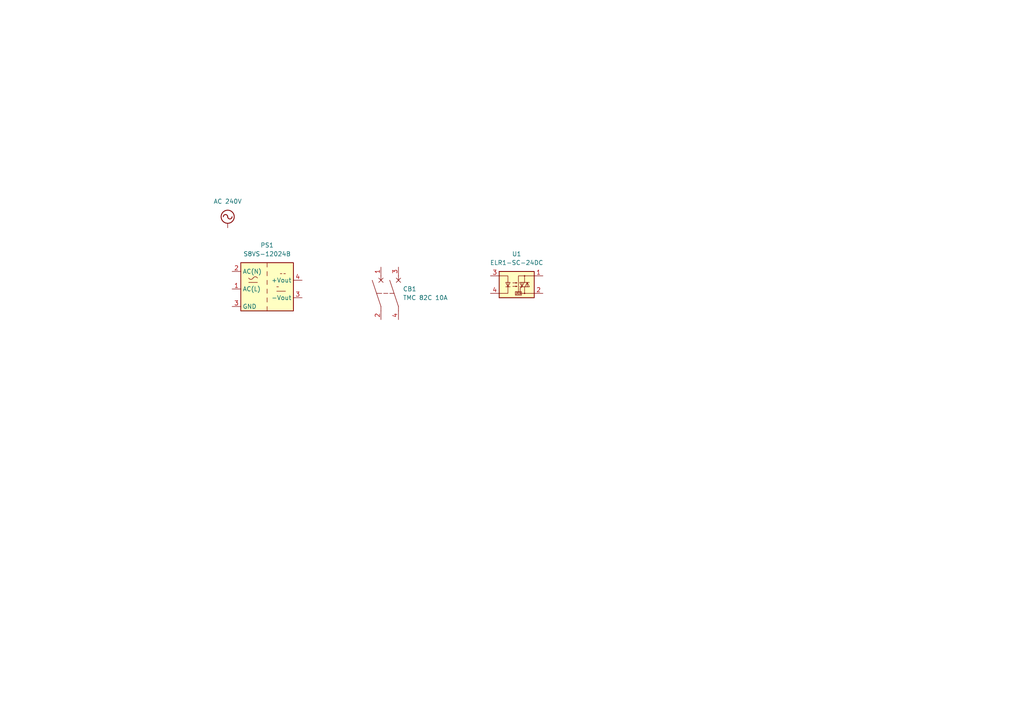
<source format=kicad_sch>
(kicad_sch (version 20250114) (generator "eeschema") (generator_version "9.0")
  (paper "A4")
  (lib_symbols
    (symbol "Converter_ACDC:RAC01-12SGB"
      (property "Reference" "PS1" (at 0 10.16 0))
      (property "Value" "S8VS-12024B" (at 0 7.62 0))
      (symbol "RAC01-12SGB_1_1"
        (rectangle (start -7.62 5.08) (end 7.62 -8.89) (stroke (width 0.254)) (fill (type background)))
        (polyline (pts (xy -5.334 -0.635) (xy -2.794 -0.635)))
        (arc (start -4.064 0.635) (mid -4.699 0.2495) (end -5.334 0.635))
        (arc (start -4.064 0.635) (mid -3.429 1.0072) (end -2.794 0.635))
        (polyline (pts (xy 0 5.08) (xy 0 3.81)))
        (polyline (pts (xy 0 2.54) (xy 0 1.27)))
        (polyline (pts (xy 0 0) (xy 0 -1.27)))
        (polyline (pts (xy 0 -2.54) (xy 0 -3.81)))
        (polyline (pts (xy 0 -5.08) (xy 0 -6.35)))
        (polyline (pts (xy 0 -7.62) (xy 0 -8.89)))
        (polyline (pts (xy 2.794 -1.905) (xy 3.302 -1.905)))
        (polyline (pts (xy 2.794 -3.175) (xy 5.334 -3.175)))
        (polyline (pts (xy 3.81 1.905) (xy 4.318 1.905)))
        (polyline (pts (xy 4.826 1.905) (xy 5.334 1.905)))
        (pin power_in line (at -10.16 2.54 0) (length 2.54) (name "AC(N)") (number "2"))
        (pin power_in line (at -10.16 -2.54 0) (length 2.54) (name "AC(L)") (number "1"))
        (pin power_in line (at -10.16 -7.62 0) (length 2.54) (name "GND") (number "3"))
        (pin power_out line (at 10.16 0 180) (length 2.54) (name "+Vout") (number "4"))
        (pin power_out line (at 10.16 -5.08 180) (length 2.54) (name "-Vout") (number "3"))
      )
    )
    (symbol "Device:CircuitBreaker_2P"
      (property "Reference" "CB" (at 3.81 0 0))
      (property "Value" "CircuitBreaker_2P" (at 3.81 2.54 0))
      (symbol "CircuitBreaker_2P_0_1"
        (polyline (pts (xy -3.81 0) (xy -2.286 0)))
        (polyline (pts (xy -2.54 -3.81) (xy -5.08 3.81)))
        (polyline (pts (xy -1.778 0) (xy -0.508 0)))
        (polyline (pts (xy 0 0) (xy 1.27 0)))
        (polyline (pts (xy 2.54 -3.81) (xy 0 3.81)))
        (polyline (pts (xy 2.54 -5.08) (xy 2.54 -3.81)))
      )
      (symbol "CircuitBreaker_2P_1_1"
        (polyline (pts (xy -3.175 4.445) (xy -1.905 3.175)))
        (polyline (pts (xy -2.54 5.08) (xy -2.54 3.81)))
        (polyline (pts (xy -2.54 -3.81) (xy -2.54 -5.08)))
        (polyline (pts (xy -1.905 4.445) (xy -3.175 3.175)))
        (polyline (pts (xy 1.905 4.445) (xy 3.175 3.175)))
        (polyline (pts (xy 2.54 5.08) (xy 2.54 3.81)))
        (polyline (pts (xy 3.175 4.445) (xy 1.905 3.175)))
        (pin passive line (at -2.54 7.62 270) (length 2.54) (name "~") (number "1"))
        (pin passive line (at -2.54 -7.62 90) (length 2.54) (name "~") (number "2"))
        (pin passive line (at 2.54 7.62 270) (length 2.54) (name "~") (number "3"))
        (pin passive line (at 2.54 -7.62 90) (length 2.54) (name "~") (number "4"))
      )
    )
    (symbol "Relay_SolidState:HHG1D-1"
      (property "Reference" "U" (at -5.08 5.08 0))
      (property "Value" "HHG1D-1" (at 0 5.08 0))
      (symbol "HHG1D-1_0_0"
        (rectangle (start -0.381 -2.032) (end 1.397 -3.048))
        (polyline (pts (xy 1.524 -0.635) (xy 1.016 -1.016) (xy 1.016 -2.032)))
        (polyline (pts (xy 2.286 -2.54) (xy 1.397 -2.54)))
        (text "ZCD" (at 0.508 -2.54 0) (effects (font (size 0.508 0.508))))
      )
      (symbol "HHG1D-1_0_1"
        (rectangle (start -5.08 3.81) (end 5.08 -3.81) (stroke (width 0.254)) (fill (type background)))
        (polyline (pts (xy -5.08 2.54) (xy -2.54 2.54) (xy -2.54 -2.54) (xy -5.08 -2.54)))
        (polyline (pts (xy -3.175 -0.635) (xy -1.905 -0.635)))
        (polyline (pts (xy -2.54 -0.635) (xy -3.175 0.635) (xy -1.905 0.635) (xy -2.54 -0.635)))
        (polyline (pts (xy -1.143 0.508) (xy 0.127 0.508) (xy -0.254 0.381) (xy -0.254 0.635) (xy 0.127 0.508)))
        (polyline (pts (xy -1.143 -0.508) (xy 0.127 -0.508) (xy -0.254 -0.635) (xy -0.254 -0.381) (xy 0.127 -0.508)))
        (polyline (pts (xy 0.889 -0.635) (xy 3.683 -0.635) (xy 3.048 0.635) (xy 2.413 -0.635)))
        (polyline (pts (xy 1.524 -0.635) (xy 1.524 0.635)))
        (polyline (pts (xy 2.286 2.54) (xy 0.508 2.54) (xy 0.508 -2.032)))
        (circle (center 2.286 2.54) (radius 0.127))
        (polyline (pts (xy 2.286 0.635) (xy 2.286 2.54) (xy 5.08 2.54)))
        (polyline (pts (xy 2.286 -0.635) (xy 2.286 -2.54) (xy 5.08 -2.54)))
        (circle (center 2.286 -2.54) (radius 0.127))
        (polyline (pts (xy 3.048 0.635) (xy 3.048 -0.635)))
        (polyline (pts (xy 3.683 0.635) (xy 0.889 0.635) (xy 1.524 -0.635) (xy 2.159 0.635)))
      )
      (symbol "HHG1D-1_1_1"
        (pin passive line (at -7.62 2.54 0) (length 2.54) (name "~") (number "3"))
        (pin passive line (at -7.62 -2.54 0) (length 2.54) (name "~") (number "4"))
        (pin passive line (at 7.62 2.54 180) (length 2.54) (name "~") (number "1"))
        (pin passive line (at 7.62 -2.54 180) (length 2.54) (name "~") (number "2"))
      )
    )
    (symbol "power:AC" (power) (pin_numbers (hide yes)) (pin_names (offset 0) (hide yes))
      (property "Value" "AC" (at 0 6.35 0))
      (symbol "AC_0_1"
        (arc (start -1.27 3.175) (mid -0.635 3.8073) (end 0 3.175) (stroke (width 0.254)))
        (circle (center 0 3.175) (radius 1.905) (stroke (width 0.254)))
        (polyline (pts (xy 0 0) (xy 0 1.27)))
        (arc (start 1.27 3.175) (mid 0.635 2.5427) (end 0 3.175) (stroke (width 0.254)))
      )
      (symbol "AC_1_1"
        (pin power_in line (at 0 0 90) (length 0) (name "~") (number "1"))
      )
    )
  )
  (symbol (lib_id "Device:CircuitBreaker_2P") (at 113.03 85.09 0) (unit 1)
    (property "Reference" "CB1" (at 116.84 83.8199 0) (effects (justify left)))
    (property "Value" "TMC 82C 10A" (at 116.84 86.3599 0) (effects (justify left)))
    (property "Datasheet" "https://www.phoenixcontact.com/en-us/products/thermomagnetic-device-circuit-breakers-tmc-82c-10a-2907591" (effects (hide yes)))
    (property "Description" "Thermal-magnetic Miniature Circuit Breaker, 2-position" (effects (hide yes)))
  )
  (symbol (lib_id "power:AC") (at 66.04 66.04 0) (unit 1)
    (property "Reference" "#PWR02" (effects (hide yes)))
    (property "Value" "AC 240V" (at 66.04 58.42 0))
    (property "Description" "Power symbol creates a global label with name \"AC\"" (effects (hide yes)))
  )
  (symbol (lib_id "Relay_SolidState:HHG1D-1") (at 149.86 82.55 0) (unit 1)
    (property "Reference" "U1" (at 149.86 73.66 0))
    (property "Value" "ELR1-SC-24DC" (at 149.86 76.2 0))
    (property "Datasheet" "https://www.phoenixcontact.com/en-us/products/solid-state-contactor-elr-1-sc-24dc600ac-20-1032919" (effects (hide yes)))
    (property "Description" "Single-phase solid-state contactor, input voltage: 24 V DC, output current: 20 A, zero voltage switch" (effects (hide yes)))
  )
  (symbol (lib_id "Converter_ACDC:RAC01-12SGB") (at 77.47 81.28 0) (unit 1)
    (property "Reference" "PS1" (at 77.47 71.12 0))
    (property "Value" "S8VS-12024B" (at 77.47 73.66 0))
    (property "Datasheet" "https://assets.omron.com/m/3ae388bf054128ae/original/S8VS-Series-Switch-Mode-Power-Supply-Datasheet.pdf" (effects (hide yes)))
    (property "Description" "AC/DC DIN RAIL SUPPLY 24V 120W" (effects (hide yes)))
  )
)
</source>
